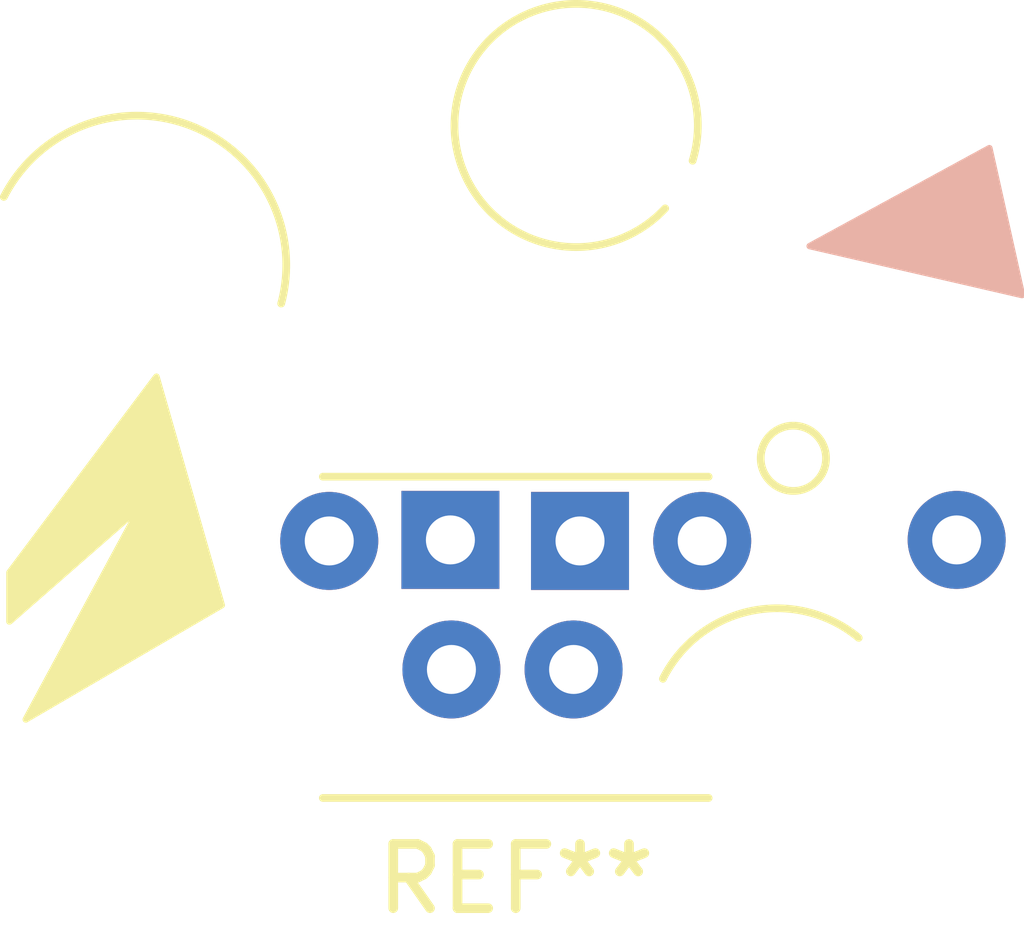
<source format=kicad_pcb>
(kicad_pcb (version 20171130) (host pcbnew 5.1.2-f72e74a~84~ubuntu18.04.1)

  (general
    (thickness 1.6)
    (drawings 0)
    (tracks 0)
    (zones 0)
    (modules 1)
    (nets 1)
  )

  (page A4)
  (layers
    (0 COPPERGAGEN signal)
    (1 In1.Cu signal)
    (2 In2.Cu signal)
    (3 In3.Cu signal)
    (4 In4.Cu signal)
    (31 B.Cu signal)
    (32 B.Adhes user)
    (33 F.Adhes user)
    (34 B.Paste user)
    (35 F.Paste user)
    (36 B.SilkS user)
    (37 F.SilkS user)
    (38 B.Mask user)
    (39 F.Mask user)
    (40 Dwgs.User user)
    (41 Cmts.User user)
    (42 Eco1.User user)
    (43 Eco2.User user)
    (44 Edge.Cuts user)
    (45 Margin user)
    (46 B.CrtYd user)
    (47 F.CrtYd user)
    (48 B.Fab user)
    (49 F.Fab user)
  )

  (setup
    (last_trace_width 0.25)
    (trace_clearance 0.2)
    (zone_clearance 0.508)
    (zone_45_only no)
    (trace_min 0.2)
    (via_size 0.8)
    (via_drill 0.4)
    (via_min_size 0.7)
    (via_min_drill 0.4)
    (uvia_size 0.3)
    (uvia_drill 0.1)
    (uvias_allowed no)
    (uvia_min_size 0.1)
    (uvia_min_drill 0.1)
    (edge_width 0.05)
    (segment_width 0.2)
    (pcb_text_width 0.3)
    (pcb_text_size 1.5 1.5)
    (mod_edge_width 0.12)
    (mod_text_size 1 1)
    (mod_text_width 0.15)
    (pad_size 1.524 1.524)
    (pad_drill 0.762)
    (pad_to_mask_clearance 0.051)
    (solder_mask_min_width 0.25)
    (aux_axis_origin 0 0)
    (visible_elements FFFFFF7F)
    (pcbplotparams
      (layerselection 0x010fc_ffffffff)
      (usegerberextensions false)
      (usegerberattributes false)
      (usegerberadvancedattributes false)
      (creategerberjobfile false)
      (excludeedgelayer true)
      (linewidth 0.150000)
      (plotframeref false)
      (viasonmask false)
      (mode 1)
      (useauxorigin false)
      (hpglpennumber 1)
      (hpglpenspeed 20)
      (hpglpendiameter 15.000000)
      (psnegative false)
      (psa4output false)
      (plotreference true)
      (plotvalue true)
      (plotinvisibletext false)
      (padsonsilk false)
      (subtractmaskfromsilk false)
      (outputformat 1)
      (mirror false)
      (drillshape 1)
      (scaleselection 1)
      (outputdirectory ""))
  )

  (net 0 "")

  (net_class Default "This is the default net class."
    (clearance 0.2)
    (trace_width 0.25)
    (via_dia 0.8)
    (via_drill 0.4)
    (uvia_dia 0.3)
    (uvia_drill 0.1)
  )

  (module cadlabtest:testings (layer COPPERGAGEN) (tedit 5D0CBA1A) (tstamp 5D00BFCB)
    (at 151.31 29.79)
    (fp_text reference REF** (at 0 4.26) (layer F.SilkS)
      (effects (font (size 1 1) (thickness 0.15)))
    )
    (fp_text value testings (at -0.8 -3.25) (layer F.Fab)
      (effects (font (size 1 1) (thickness 0.15)))
    )
    (fp_line (start -3 3) (end 3 3) (layer F.SilkS) (width 0.12))
    (fp_line (start -3 -2) (end 3 -2) (layer F.SilkS) (width 0.12))
    (fp_circle (center 4.318 -2.286) (end 4.826 -2.286) (layer F.SilkS) (width 0.12))
    (fp_arc (start 4.064 2.032) (end 5.333999 0.508001) (angle -103.2405199) (layer F.SilkS) (width 0.12))
    (fp_poly (pts (xy -7.874 -0.508) (xy -5.588 -3.556) (xy -4.572 0) (xy -7.62 1.778)
      (xy -5.842 -1.524) (xy -7.874 0.254)) (layer F.SilkS) (width 0.1))
    (fp_poly (pts (xy 4.572 -5.588) (xy 7.874 -4.826) (xy 7.366 -7.112)) (layer B.SilkS) (width 0.1))
    (fp_text user tes (at -1.524 -6.35) (layer Eco2.User)
      (effects (font (size 1 1) (thickness 0.15)))
    )
    (fp_arc (start -5.8928 -5.29336) (end -3.647441 -4.693921) (angle -167.8011659) (layer F.SilkS) (width 0.12))
    (fp_arc (start 0.9398 -7.46506) (end 2.75082 -6.91642) (angle -333.868926) (layer F.SilkS) (width 0.12))
    (pad 6 thru_hole circle (at 0.9 1) (size 1.524 1.524) (drill 0.762) (layers *.Cu *.Mask))
    (pad 5 thru_hole circle (at -1 1) (size 1.524 1.524) (drill 0.762) (layers *.Cu *.Mask))
    (pad 4 thru_hole circle (at 2.9 -1) (size 1.524 1.524) (drill 0.762) (layers *.Cu *.Mask))
    (pad 3 thru_hole rect (at 0.999999 -1) (size 1.524 1.524) (drill 0.762) (layers *.Mask COPPERGAGEN))
    (pad 2 thru_hole rect (at -1.016 -1.016) (size 1.524 1.524) (drill 0.762) (layers *.Mask COPPERGAGEN))
    (pad 1 thru_hole circle (at -2.9 -1) (size 1.524 1.524) (drill 0.762) (layers *.Cu *.Mask))
    (pad 7 thru_hole circle (at 6.858 -1.016) (size 1.524 1.524) (drill 0.762) (layers *.Mask B.Cu))
  )

)

</source>
